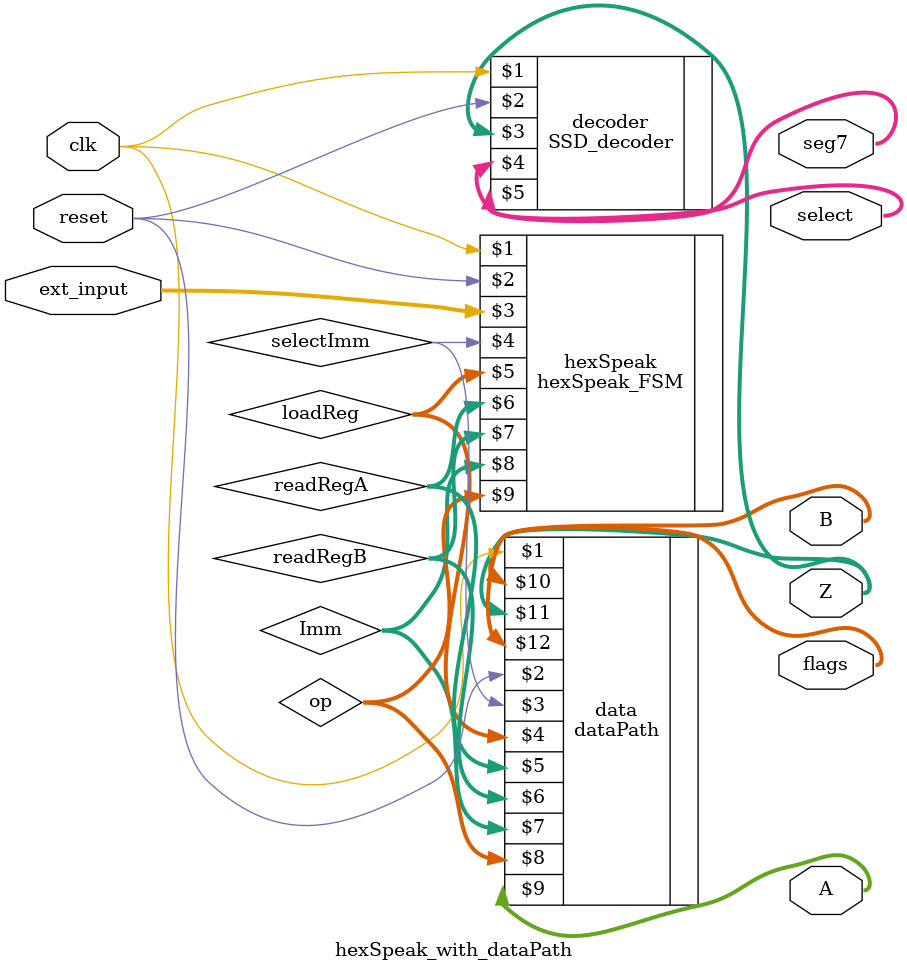
<source format=v>
`timescale 1ns / 1ps
module hexSpeak_with_dataPath(
    input clk,
    input reset,
	 input [3:0] ext_input,
    output [6:0] seg7,
	 output [15:0] A, B, Z,
	 output [4:0] flags,
    output [3:0] select
    );
	 
	wire selectImm;
	wire [3:0] readRegA, readRegB;
	wire [4:0] loadReg;
	wire [7:0] Imm, op;
	
	// Correct input/output ordering for FSM module
	// input clk,
	// input clr,
	// input [3:0] ext_input,
   	// output reg selectImm,
	// output reg[4:0] loadReg,
   	// output reg[3:0] readRegA, readRegB,
   	// output reg[7:0] Imm, op
	hexSpeak_FSM hexSpeak(clk, reset,ext_input, selectImm, loadReg, readRegA, readRegB, Imm, op);
	
	// Correct input/output ordering for datapath module
	//input CLK, CLR, selectImm,
	//input [4:0] loadReg,
	//input [3:0] readRegA, readRegB,
	//input [7:0] Imm, op,
	//output [15:0] A, B, Z,
	//output [4:0] flags
	dataPath data(clk, reset, selectImm, loadReg, readRegA, readRegB, Imm, op, A, B, Z, flags);
	
	// Correct input/output ordering for SSD_decoder module
	//input clk,
	// input clr,
   	// input [15:0] number,
   	// output reg [6:0] ssOut,
   	// output reg [3:0] select
	SSD_decoder decoder(clk, reset, Z, seg7, select);

endmodule

</source>
